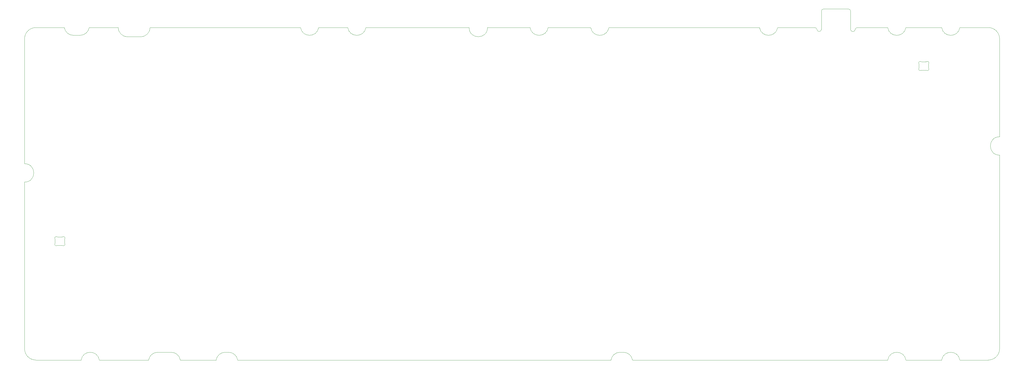
<source format=gbr>
%TF.GenerationSoftware,KiCad,Pcbnew,8.0.4*%
%TF.CreationDate,2024-07-23T18:50:18+08:00*%
%TF.ProjectId,X88C,58383843-2e6b-4696-9361-645f70636258,rev?*%
%TF.SameCoordinates,Original*%
%TF.FileFunction,Profile,NP*%
%FSLAX46Y46*%
G04 Gerber Fmt 4.6, Leading zero omitted, Abs format (unit mm)*
G04 Created by KiCad (PCBNEW 8.0.4) date 2024-07-23 18:50:18*
%MOMM*%
%LPD*%
G01*
G04 APERTURE LIST*
%TA.AperFunction,Profile*%
%ADD10C,0.120000*%
%TD*%
%TA.AperFunction,Profile*%
%ADD11C,0.100000*%
%TD*%
G04 APERTURE END LIST*
D10*
X296833750Y-108988719D02*
G75*
G02*
X303255748Y-108988719I3210999J-498458D01*
G01*
X67489523Y-108986952D02*
X199205924Y-108986220D01*
X199205924Y-108986220D02*
G75*
G02*
X202420318Y-106235891I3207176J-494780D01*
G01*
X155649990Y8497048D02*
X170638585Y8497048D01*
X-7686749Y-39612451D02*
G75*
G02*
X-7686749Y-46112451I0J-3250000D01*
G01*
X-7686749Y-39612451D02*
X-7686749Y4408047D01*
X-3686749Y-108986952D02*
G75*
G02*
X-7686749Y-104986952I-273J3999727D01*
G01*
X96079496Y8497048D02*
X106325694Y8498001D01*
X198474002Y8496048D02*
G75*
G02*
X192050694Y8498001I-3211502J501152D01*
G01*
X18689124Y-108986952D02*
X36079626Y-108986952D01*
X336313250Y4497048D02*
X336313300Y-30087452D01*
X36079626Y-108986952D02*
G75*
G02*
X39291984Y-106235946I3211014J-498468D01*
G01*
X59892101Y-108986948D02*
G75*
G02*
X63101774Y-106235929I3211099J-498552D01*
G01*
X59892126Y-108986952D02*
X47261669Y-108986952D01*
X112749002Y8496048D02*
G75*
G02*
X106325694Y8498001I-3211502J501202D01*
G01*
X296825694Y8498001D02*
X286147280Y8496732D01*
X177042915Y8497048D02*
G75*
G02*
X170638585Y8497048I-3202165J500220D01*
G01*
X-7686749Y4408047D02*
G75*
G02*
X-3597760Y8496048I4000382J87640D01*
G01*
X273446873Y7879045D02*
G75*
G02*
X271859727Y7879010I-793573J-45D01*
G01*
X271066308Y8497048D02*
X258004506Y8497048D01*
X303249002Y8496048D02*
G75*
G02*
X296825694Y8498001I-3211502J501152D01*
G01*
X64279873Y-106235949D02*
G75*
G02*
X67494302Y-108986214I7227J-3245151D01*
G01*
X9558067Y5746995D02*
G75*
G02*
X6320867Y8496925I-25557J3250285D01*
G01*
X315869251Y-108988719D02*
X303255748Y-108988719D01*
X198474002Y8496048D02*
X251599994Y8497048D01*
X12267126Y-108986952D02*
X-3686749Y-108986952D01*
X322299002Y8496048D02*
X332313250Y8497048D01*
X44052019Y-106235950D02*
G75*
G02*
X47271047Y-108985491I8081J-3249650D01*
G01*
X15115913Y8497048D02*
X25363194Y8498001D01*
X44052019Y-106235950D02*
X39291984Y-106235949D01*
X271066308Y8497048D02*
G75*
G02*
X271859764Y7879015I-308J-818748D01*
G01*
X203598224Y-106235949D02*
G75*
G02*
X206807810Y-108986961I-1324J-3249351D01*
G01*
X336313251Y-104986952D02*
X336313300Y-36587452D01*
X282956316Y15081298D02*
G75*
G02*
X283749698Y14287546I-316J-793698D01*
G01*
X-3597760Y8496048D02*
X6320704Y8498001D01*
X96079496Y8497048D02*
G75*
G02*
X89674984Y8497048I-3202256J499640D01*
G01*
X28613204Y5248012D02*
G75*
G02*
X25363212Y8498001I-4J3249988D01*
G01*
X285353528Y7879048D02*
G75*
G02*
X286147280Y8496708I793872J-201348D01*
G01*
X296833750Y-108988719D02*
X206807874Y-108986952D01*
X332313250Y8497047D02*
G75*
G02*
X336313247Y4497048I250J-3999747D01*
G01*
X322299002Y8496048D02*
G75*
G02*
X315875694Y8498001I-3211502J501152D01*
G01*
X282956316Y15081298D02*
X274240625Y15081298D01*
X283749752Y7879013D02*
X283749752Y14287546D01*
X336313300Y-36587452D02*
G75*
G02*
X336313300Y-30087548I0J3249952D01*
G01*
X285353528Y7879048D02*
G75*
G02*
X283749672Y7879013I-801928J-48D01*
G01*
X315869251Y-108988719D02*
G75*
G02*
X322291249Y-108988719I3210999J-498458D01*
G01*
X-7686749Y-104986952D02*
X-7686749Y-46112451D01*
X112749002Y8496048D02*
X149149990Y8497048D01*
X273446873Y14287862D02*
G75*
G02*
X274240625Y15081327I793827J-362D01*
G01*
X273446873Y7879045D02*
X273446873Y14287862D01*
X303249002Y8496048D02*
X315875694Y8498001D01*
X177042915Y8497048D02*
X192050694Y8498001D01*
X33337480Y5247058D02*
X28613204Y5248012D01*
X332313250Y-108986952D02*
X322291249Y-108988719D01*
X36587490Y8497048D02*
X89674984Y8497048D01*
X63101774Y-106235949D02*
X64279873Y-106235949D01*
X258004506Y8497048D02*
G75*
G02*
X251599994Y8497048I-3202256J499640D01*
G01*
X11913705Y5756278D02*
X9558067Y5746995D01*
X336313251Y-104986952D02*
G75*
G02*
X332313250Y-108986951I-3999651J-348D01*
G01*
X155649990Y8497048D02*
G75*
G02*
X149149990Y8497048I-3250000J0D01*
G01*
X36587490Y8497047D02*
G75*
G02*
X33337480Y5247060I-3249990J3D01*
G01*
X12267126Y-108986952D02*
G75*
G02*
X18689124Y-108986952I3210999J-498458D01*
G01*
X202420318Y-106235949D02*
X203598224Y-106235949D01*
X15115913Y8497048D02*
G75*
G02*
X11913705Y5756280I-3202163J500232D01*
G01*
D11*
%TO.C,RGB2*%
X3062501Y-66289659D02*
X3062501Y-67695343D01*
X3968047Y-68492500D02*
X5556952Y-68492500D01*
X5556952Y-65492501D02*
X3968048Y-65492501D01*
X6462499Y-67695343D02*
X6462499Y-66289659D01*
X3013016Y-66072781D02*
G75*
G02*
X3062501Y-66289659I-450505J-216876D01*
G01*
X3013016Y-66072782D02*
G75*
G02*
X3715789Y-65424202I450514J216880D01*
G01*
X3062501Y-67695344D02*
G75*
G02*
X3013016Y-67912221I-499990J-1D01*
G01*
X3715789Y-68560799D02*
G75*
G02*
X3013017Y-67912221I-252258J431700D01*
G01*
X3715789Y-68560799D02*
G75*
G02*
X3968047Y-68492500I252261J-431710D01*
G01*
X3968048Y-65492501D02*
G75*
G02*
X3715789Y-65424202I2J500009D01*
G01*
X5556953Y-68492501D02*
G75*
G02*
X5809211Y-68560800I-3J-500009D01*
G01*
X5809210Y-65424202D02*
G75*
G02*
X5556952Y-65492500I-252260J431712D01*
G01*
X5809211Y-65424204D02*
G75*
G02*
X6511980Y-66072779I252259J-431696D01*
G01*
X6462499Y-66289658D02*
G75*
G02*
X6511987Y-66072783I499701J58D01*
G01*
X6511984Y-67912221D02*
G75*
G02*
X5809211Y-68560800I-450514J-216879D01*
G01*
X6511984Y-67912221D02*
G75*
G02*
X6462524Y-67695343I450516J216821D01*
G01*
%TO.C,RGB1*%
X307862501Y-4377159D02*
X307862501Y-5782843D01*
X308768047Y-6580000D02*
X310356952Y-6580000D01*
X310356952Y-3580001D02*
X308768048Y-3580001D01*
X311262499Y-5782843D02*
X311262499Y-4377159D01*
X307813016Y-4160281D02*
G75*
G02*
X307862501Y-4377159I-450505J-216876D01*
G01*
X307813016Y-4160282D02*
G75*
G02*
X308515789Y-3511702I450514J216880D01*
G01*
X307862501Y-5782844D02*
G75*
G02*
X307813016Y-5999721I-499990J-1D01*
G01*
X308515789Y-6648299D02*
G75*
G02*
X307813017Y-5999721I-252258J431700D01*
G01*
X308515789Y-6648299D02*
G75*
G02*
X308768047Y-6580000I252261J-431710D01*
G01*
X308768048Y-3580001D02*
G75*
G02*
X308515789Y-3511702I2J500009D01*
G01*
X310356953Y-6580001D02*
G75*
G02*
X310609211Y-6648300I-3J-500009D01*
G01*
X310609210Y-3511702D02*
G75*
G02*
X310356952Y-3580000I-252260J431712D01*
G01*
X310609211Y-3511704D02*
G75*
G02*
X311311980Y-4160279I252259J-431696D01*
G01*
X311262499Y-4377158D02*
G75*
G02*
X311311987Y-4160283I499701J58D01*
G01*
X311311984Y-5999721D02*
G75*
G02*
X310609211Y-6648300I-450514J-216879D01*
G01*
X311311984Y-5999721D02*
G75*
G02*
X311262524Y-5782843I450516J216821D01*
G01*
%TD*%
M02*

</source>
